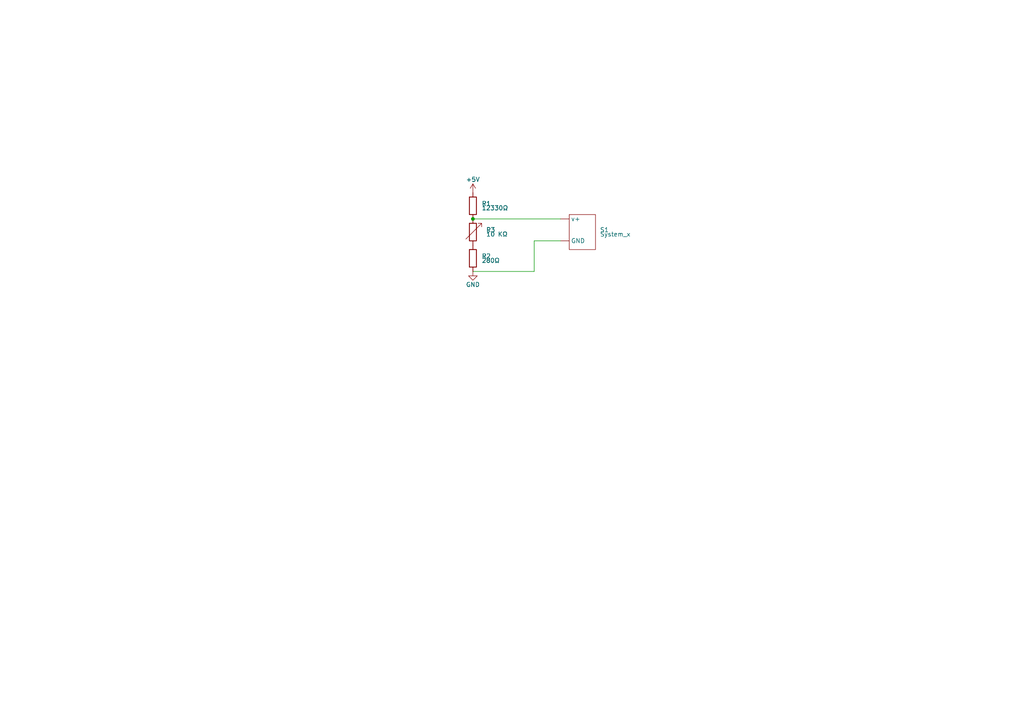
<source format=kicad_sch>
(kicad_sch (version 20220104) (generator eeschema)
  (paper "A4")
  (lib_symbols
    (symbol "Device:R" (pin_numbers hide) (pin_names (offset 0))
      (property "Reference" "R" (at 2.032 0 90))
      (property "Value" "R" (at 0 0 90))
      (symbol "R_0_1"
        (rectangle (start -1.016 -2.54) (end 1.016 2.54) (stroke (width 0.254)))
      )
      (symbol "R_1_1"
        (pin passive line (at 0 3.81 270) (length 1.27) (name "~") (number "1"))
        (pin passive line (at 0 -3.81 90) (length 1.27) (name "~") (number "2"))
      )
    )
    (symbol "Device:R_Variable" (pin_numbers hide) (pin_names (offset 0))
      (property "Reference" "R" (at 2.54 -2.54 90))
      (property "Value" "R_Variable" (at -2.54 -1.27 90))
      (symbol "R_Variable_0_1"
        (rectangle (start -1.016 -2.54) (end 1.016 2.54) (stroke (width 0.254)))
        (polyline (pts (xy 2.54 1.524) (xy 2.54 2.54) (xy 1.524 2.54) (xy 2.54 2.54) (xy -2.032 -2.032)))
      )
      (symbol "R_Variable_1_1"
        (pin passive line (at 0 3.81 270) (length 1.27) (name "~") (number "1"))
        (pin passive line (at 0 -3.81 90) (length 1.27) (name "~") (number "2"))
      )
    )
    (symbol "power:+5V" (power) (pin_names (offset 0))
      (property "Value" "+5V" (at 0 3.556 0))
      (symbol "+5V_0_1"
        (polyline (pts (xy -0.762 1.27) (xy 0 2.54)))
        (polyline (pts (xy 0 0) (xy 0 2.54)))
        (polyline (pts (xy 0 2.54) (xy 0.762 1.27)))
      )
      (symbol "+5V_1_1"
        (pin power_in line (at 0 0 90) (length 0) hide (name "+5V") (number "1"))
      )
    )
    (symbol "power:GND" (power) (pin_names (offset 0))
      (property "Value" "GND" (at 0 -3.81 0))
      (symbol "GND_0_1"
        (polyline (pts (xy 0 0) (xy 0 -1.27) (xy 1.27 -1.27) (xy 0 -2.54) (xy -1.27 -1.27) (xy 0 -1.27)))
      )
      (symbol "GND_1_1"
        (pin power_in line (at 0 0 270) (length 0) hide (name "GND") (number "1"))
      )
    )
    (symbol "spes:System_x"
      (property "Reference" "S" (at 0 7.62 0))
      (property "Value" "System_x" (at 0 10.16 0))
      (symbol "System_x_0_1"
        (rectangle (start -3.81 6.35) (end 3.81 -3.81))
      )
      (symbol "System_x_1_1"
        (pin power_out line (at -6.35 -1.27 0) (length 2.54) (name "GND") (number ""))
        (pin power_in line (at -6.35 5.08 0) (length 2.54) (name "v+") (number ""))
      )
    )
  )
  (junction (at 137.16 63.5))
  (wire (pts (xy 162.56 69.85) (xy 154.94 69.85)))
  (wire (pts (xy 137.16 63.5) (xy 162.56 63.5)))
  (wire (pts (xy 154.94 78.74) (xy 137.16 78.74)))
  (wire (pts (xy 154.94 69.85) (xy 154.94 78.74)))
  (symbol (lib_id "power:+5V") (at 137.16 55.88 0) (unit 1)
    (property "Reference" "#PWR?" (effects hide))
    (property "Value" "+5V" (at 137.16 52.07 0))
  )
  (symbol (lib_id "Device:R_Variable") (at 137.16 67.31 0) (unit 1)
    (property "Reference" "R3" (at 140.97 66.675 0) (effects (justify left)))
    (property "Value" "10 KΩ" (at 140.97 67.945 0) (effects (justify left)))
  )
  (symbol (lib_id "power:GND") (at 137.16 78.74 0) (unit 1)
    (property "Reference" "#PWR?" (effects hide))
    (property "Value" "GND" (at 137.16 82.55 0))
  )
  (symbol (lib_id "spes:System_x") (at 168.91 68.58 0) (unit 1)
    (property "Reference" "S1" (at 173.99 66.675 0) (effects (justify left)))
    (property "Value" "System_x" (at 173.99 67.945 0) (effects (justify left)))
  )
  (symbol (lib_id "Device:R") (at 137.16 74.93 0) (unit 1)
    (property "Reference" "R2" (at 139.7 74.295 0) (effects (justify left)))
    (property "Value" "280Ω" (at 139.7 75.565 0) (effects (justify left)))
  )
  (symbol (lib_id "Device:R") (at 137.16 59.69 0) (unit 1)
    (property "Reference" "R1" (at 139.7 59.055 0) (effects (justify left)))
    (property "Value" "12330Ω" (at 139.7 60.325 0) (effects (justify left)))
  )
)
</source>
